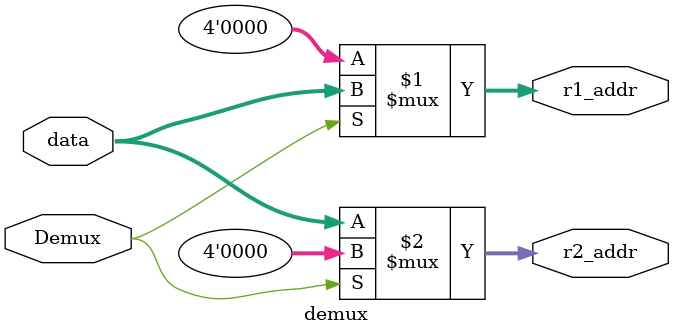
<source format=sv>
`timescale 1ns / 1ps
module  demux (
    input [3:0] data,
    input logic Demux,

    output [3:0] r1_addr,
    output [3:0] r2_addr
);


    assign r1_addr = Demux ? data : 4'b0;
    assign r2_addr = Demux ? 4'b0 : data;
    
endmodule
</source>
